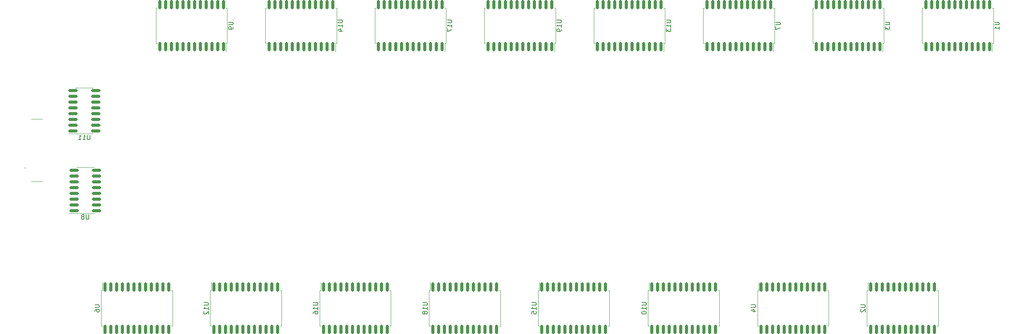
<source format=gbo>
G04 #@! TF.GenerationSoftware,KiCad,Pcbnew,6.0.8+dfsg-1~bpo11+1*
G04 #@! TF.CreationDate,2023-08-01T08:47:41-04:00*
G04 #@! TF.ProjectId,14_8x32_self_capacitance,31345f38-7833-4325-9f73-656c665f6361,rev?*
G04 #@! TF.SameCoordinates,Original*
G04 #@! TF.FileFunction,Legend,Bot*
G04 #@! TF.FilePolarity,Positive*
%FSLAX46Y46*%
G04 Gerber Fmt 4.6, Leading zero omitted, Abs format (unit mm)*
G04 Created by KiCad (PCBNEW 6.0.8+dfsg-1~bpo11+1) date 2023-08-01 08:47:41*
%MOMM*%
%LPD*%
G01*
G04 APERTURE LIST*
G04 Aperture macros list*
%AMRoundRect*
0 Rectangle with rounded corners*
0 $1 Rounding radius*
0 $2 $3 $4 $5 $6 $7 $8 $9 X,Y pos of 4 corners*
0 Add a 4 corners polygon primitive as box body*
4,1,4,$2,$3,$4,$5,$6,$7,$8,$9,$2,$3,0*
0 Add four circle primitives for the rounded corners*
1,1,$1+$1,$2,$3*
1,1,$1+$1,$4,$5*
1,1,$1+$1,$6,$7*
1,1,$1+$1,$8,$9*
0 Add four rect primitives between the rounded corners*
20,1,$1+$1,$2,$3,$4,$5,0*
20,1,$1+$1,$4,$5,$6,$7,0*
20,1,$1+$1,$6,$7,$8,$9,0*
20,1,$1+$1,$8,$9,$2,$3,0*%
G04 Aperture macros list end*
%ADD10C,0.150000*%
%ADD11C,0.120000*%
%ADD12C,0.100000*%
%ADD13C,0.200000*%
%ADD14C,0.050000*%
%ADD15RoundRect,0.150000X-0.825000X-0.150000X0.825000X-0.150000X0.825000X0.150000X-0.825000X0.150000X0*%
%ADD16RoundRect,0.150000X0.150000X-0.875000X0.150000X0.875000X-0.150000X0.875000X-0.150000X-0.875000X0*%
%ADD17R,1.600000X0.400000*%
%ADD18R,2.900000X1.400000*%
%ADD19RoundRect,0.150000X-0.150000X0.875000X-0.150000X-0.875000X0.150000X-0.875000X0.150000X0.875000X0*%
G04 APERTURE END LIST*
D10*
X63938095Y-73652380D02*
X63938095Y-74461904D01*
X63890476Y-74557142D01*
X63842857Y-74604761D01*
X63747619Y-74652380D01*
X63557142Y-74652380D01*
X63461904Y-74604761D01*
X63414285Y-74557142D01*
X63366666Y-74461904D01*
X63366666Y-73652380D01*
X62366666Y-74652380D02*
X62938095Y-74652380D01*
X62652380Y-74652380D02*
X62652380Y-73652380D01*
X62747619Y-73795238D01*
X62842857Y-73890476D01*
X62938095Y-73938095D01*
X61414285Y-74652380D02*
X61985714Y-74652380D01*
X61700000Y-74652380D02*
X61700000Y-73652380D01*
X61795238Y-73795238D01*
X61890476Y-73890476D01*
X61985714Y-73938095D01*
X166302380Y-48361904D02*
X167111904Y-48361904D01*
X167207142Y-48409523D01*
X167254761Y-48457142D01*
X167302380Y-48552380D01*
X167302380Y-48742857D01*
X167254761Y-48838095D01*
X167207142Y-48885714D01*
X167111904Y-48933333D01*
X166302380Y-48933333D01*
X167302380Y-49933333D02*
X167302380Y-49361904D01*
X167302380Y-49647619D02*
X166302380Y-49647619D01*
X166445238Y-49552380D01*
X166540476Y-49457142D01*
X166588095Y-49361904D01*
X167302380Y-50409523D02*
X167302380Y-50600000D01*
X167254761Y-50695238D01*
X167207142Y-50742857D01*
X167064285Y-50838095D01*
X166873809Y-50885714D01*
X166492857Y-50885714D01*
X166397619Y-50838095D01*
X166350000Y-50790476D01*
X166302380Y-50695238D01*
X166302380Y-50504761D01*
X166350000Y-50409523D01*
X166397619Y-50361904D01*
X166492857Y-50314285D01*
X166730952Y-50314285D01*
X166826190Y-50361904D01*
X166873809Y-50409523D01*
X166921428Y-50504761D01*
X166921428Y-50695238D01*
X166873809Y-50790476D01*
X166826190Y-50838095D01*
X166730952Y-50885714D01*
X63661904Y-91152380D02*
X63661904Y-91961904D01*
X63614285Y-92057142D01*
X63566666Y-92104761D01*
X63471428Y-92152380D01*
X63280952Y-92152380D01*
X63185714Y-92104761D01*
X63138095Y-92057142D01*
X63090476Y-91961904D01*
X63090476Y-91152380D01*
X62471428Y-91580952D02*
X62566666Y-91533333D01*
X62614285Y-91485714D01*
X62661904Y-91390476D01*
X62661904Y-91342857D01*
X62614285Y-91247619D01*
X62566666Y-91200000D01*
X62471428Y-91152380D01*
X62280952Y-91152380D01*
X62185714Y-91200000D01*
X62138095Y-91247619D01*
X62090476Y-91342857D01*
X62090476Y-91390476D01*
X62138095Y-91485714D01*
X62185714Y-91533333D01*
X62280952Y-91580952D01*
X62471428Y-91580952D01*
X62566666Y-91628571D01*
X62614285Y-91676190D01*
X62661904Y-91771428D01*
X62661904Y-91961904D01*
X62614285Y-92057142D01*
X62566666Y-92104761D01*
X62471428Y-92152380D01*
X62280952Y-92152380D01*
X62185714Y-92104761D01*
X62138095Y-92057142D01*
X62090476Y-91961904D01*
X62090476Y-91771428D01*
X62138095Y-91676190D01*
X62185714Y-91628571D01*
X62280952Y-91580952D01*
X238302380Y-48838095D02*
X239111904Y-48838095D01*
X239207142Y-48885714D01*
X239254761Y-48933333D01*
X239302380Y-49028571D01*
X239302380Y-49219047D01*
X239254761Y-49314285D01*
X239207142Y-49361904D01*
X239111904Y-49409523D01*
X238302380Y-49409523D01*
X238302380Y-49790476D02*
X238302380Y-50409523D01*
X238683333Y-50076190D01*
X238683333Y-50219047D01*
X238730952Y-50314285D01*
X238778571Y-50361904D01*
X238873809Y-50409523D01*
X239111904Y-50409523D01*
X239207142Y-50361904D01*
X239254761Y-50314285D01*
X239302380Y-50219047D01*
X239302380Y-49933333D01*
X239254761Y-49838095D01*
X239207142Y-49790476D01*
X262302380Y-48838095D02*
X263111904Y-48838095D01*
X263207142Y-48885714D01*
X263254761Y-48933333D01*
X263302380Y-49028571D01*
X263302380Y-49219047D01*
X263254761Y-49314285D01*
X263207142Y-49361904D01*
X263111904Y-49409523D01*
X262302380Y-49409523D01*
X263302380Y-50409523D02*
X263302380Y-49838095D01*
X263302380Y-50123809D02*
X262302380Y-50123809D01*
X262445238Y-50028571D01*
X262540476Y-49933333D01*
X262588095Y-49838095D01*
X190302380Y-48361904D02*
X191111904Y-48361904D01*
X191207142Y-48409523D01*
X191254761Y-48457142D01*
X191302380Y-48552380D01*
X191302380Y-48742857D01*
X191254761Y-48838095D01*
X191207142Y-48885714D01*
X191111904Y-48933333D01*
X190302380Y-48933333D01*
X191302380Y-49933333D02*
X191302380Y-49361904D01*
X191302380Y-49647619D02*
X190302380Y-49647619D01*
X190445238Y-49552380D01*
X190540476Y-49457142D01*
X190588095Y-49361904D01*
X190302380Y-50266666D02*
X190302380Y-50885714D01*
X190683333Y-50552380D01*
X190683333Y-50695238D01*
X190730952Y-50790476D01*
X190778571Y-50838095D01*
X190873809Y-50885714D01*
X191111904Y-50885714D01*
X191207142Y-50838095D01*
X191254761Y-50790476D01*
X191302380Y-50695238D01*
X191302380Y-50409523D01*
X191254761Y-50314285D01*
X191207142Y-50266666D01*
X142302380Y-48361904D02*
X143111904Y-48361904D01*
X143207142Y-48409523D01*
X143254761Y-48457142D01*
X143302380Y-48552380D01*
X143302380Y-48742857D01*
X143254761Y-48838095D01*
X143207142Y-48885714D01*
X143111904Y-48933333D01*
X142302380Y-48933333D01*
X143302380Y-49933333D02*
X143302380Y-49361904D01*
X143302380Y-49647619D02*
X142302380Y-49647619D01*
X142445238Y-49552380D01*
X142540476Y-49457142D01*
X142588095Y-49361904D01*
X142302380Y-50266666D02*
X142302380Y-50933333D01*
X143302380Y-50504761D01*
X88902380Y-110461904D02*
X89711904Y-110461904D01*
X89807142Y-110509523D01*
X89854761Y-110557142D01*
X89902380Y-110652380D01*
X89902380Y-110842857D01*
X89854761Y-110938095D01*
X89807142Y-110985714D01*
X89711904Y-111033333D01*
X88902380Y-111033333D01*
X89902380Y-112033333D02*
X89902380Y-111461904D01*
X89902380Y-111747619D02*
X88902380Y-111747619D01*
X89045238Y-111652380D01*
X89140476Y-111557142D01*
X89188095Y-111461904D01*
X88997619Y-112414285D02*
X88950000Y-112461904D01*
X88902380Y-112557142D01*
X88902380Y-112795238D01*
X88950000Y-112890476D01*
X88997619Y-112938095D01*
X89092857Y-112985714D01*
X89188095Y-112985714D01*
X89330952Y-112938095D01*
X89902380Y-112366666D01*
X89902380Y-112985714D01*
X112902380Y-110461904D02*
X113711904Y-110461904D01*
X113807142Y-110509523D01*
X113854761Y-110557142D01*
X113902380Y-110652380D01*
X113902380Y-110842857D01*
X113854761Y-110938095D01*
X113807142Y-110985714D01*
X113711904Y-111033333D01*
X112902380Y-111033333D01*
X113902380Y-112033333D02*
X113902380Y-111461904D01*
X113902380Y-111747619D02*
X112902380Y-111747619D01*
X113045238Y-111652380D01*
X113140476Y-111557142D01*
X113188095Y-111461904D01*
X112902380Y-112890476D02*
X112902380Y-112700000D01*
X112950000Y-112604761D01*
X112997619Y-112557142D01*
X113140476Y-112461904D01*
X113330952Y-112414285D01*
X113711904Y-112414285D01*
X113807142Y-112461904D01*
X113854761Y-112509523D01*
X113902380Y-112604761D01*
X113902380Y-112795238D01*
X113854761Y-112890476D01*
X113807142Y-112938095D01*
X113711904Y-112985714D01*
X113473809Y-112985714D01*
X113378571Y-112938095D01*
X113330952Y-112890476D01*
X113283333Y-112795238D01*
X113283333Y-112604761D01*
X113330952Y-112509523D01*
X113378571Y-112461904D01*
X113473809Y-112414285D01*
X136902380Y-110461904D02*
X137711904Y-110461904D01*
X137807142Y-110509523D01*
X137854761Y-110557142D01*
X137902380Y-110652380D01*
X137902380Y-110842857D01*
X137854761Y-110938095D01*
X137807142Y-110985714D01*
X137711904Y-111033333D01*
X136902380Y-111033333D01*
X137902380Y-112033333D02*
X137902380Y-111461904D01*
X137902380Y-111747619D02*
X136902380Y-111747619D01*
X137045238Y-111652380D01*
X137140476Y-111557142D01*
X137188095Y-111461904D01*
X137330952Y-112604761D02*
X137283333Y-112509523D01*
X137235714Y-112461904D01*
X137140476Y-112414285D01*
X137092857Y-112414285D01*
X136997619Y-112461904D01*
X136950000Y-112509523D01*
X136902380Y-112604761D01*
X136902380Y-112795238D01*
X136950000Y-112890476D01*
X136997619Y-112938095D01*
X137092857Y-112985714D01*
X137140476Y-112985714D01*
X137235714Y-112938095D01*
X137283333Y-112890476D01*
X137330952Y-112795238D01*
X137330952Y-112604761D01*
X137378571Y-112509523D01*
X137426190Y-112461904D01*
X137521428Y-112414285D01*
X137711904Y-112414285D01*
X137807142Y-112461904D01*
X137854761Y-112509523D01*
X137902380Y-112604761D01*
X137902380Y-112795238D01*
X137854761Y-112890476D01*
X137807142Y-112938095D01*
X137711904Y-112985714D01*
X137521428Y-112985714D01*
X137426190Y-112938095D01*
X137378571Y-112890476D01*
X137330952Y-112795238D01*
X184902380Y-110461904D02*
X185711904Y-110461904D01*
X185807142Y-110509523D01*
X185854761Y-110557142D01*
X185902380Y-110652380D01*
X185902380Y-110842857D01*
X185854761Y-110938095D01*
X185807142Y-110985714D01*
X185711904Y-111033333D01*
X184902380Y-111033333D01*
X185902380Y-112033333D02*
X185902380Y-111461904D01*
X185902380Y-111747619D02*
X184902380Y-111747619D01*
X185045238Y-111652380D01*
X185140476Y-111557142D01*
X185188095Y-111461904D01*
X184902380Y-112652380D02*
X184902380Y-112747619D01*
X184950000Y-112842857D01*
X184997619Y-112890476D01*
X185092857Y-112938095D01*
X185283333Y-112985714D01*
X185521428Y-112985714D01*
X185711904Y-112938095D01*
X185807142Y-112890476D01*
X185854761Y-112842857D01*
X185902380Y-112747619D01*
X185902380Y-112652380D01*
X185854761Y-112557142D01*
X185807142Y-112509523D01*
X185711904Y-112461904D01*
X185521428Y-112414285D01*
X185283333Y-112414285D01*
X185092857Y-112461904D01*
X184997619Y-112509523D01*
X184950000Y-112557142D01*
X184902380Y-112652380D01*
X118302380Y-48361904D02*
X119111904Y-48361904D01*
X119207142Y-48409523D01*
X119254761Y-48457142D01*
X119302380Y-48552380D01*
X119302380Y-48742857D01*
X119254761Y-48838095D01*
X119207142Y-48885714D01*
X119111904Y-48933333D01*
X118302380Y-48933333D01*
X119302380Y-49933333D02*
X119302380Y-49361904D01*
X119302380Y-49647619D02*
X118302380Y-49647619D01*
X118445238Y-49552380D01*
X118540476Y-49457142D01*
X118588095Y-49361904D01*
X118635714Y-50790476D02*
X119302380Y-50790476D01*
X118254761Y-50552380D02*
X118969047Y-50314285D01*
X118969047Y-50933333D01*
X65002380Y-110938095D02*
X65811904Y-110938095D01*
X65907142Y-110985714D01*
X65954761Y-111033333D01*
X66002380Y-111128571D01*
X66002380Y-111319047D01*
X65954761Y-111414285D01*
X65907142Y-111461904D01*
X65811904Y-111509523D01*
X65002380Y-111509523D01*
X65002380Y-112414285D02*
X65002380Y-112223809D01*
X65050000Y-112128571D01*
X65097619Y-112080952D01*
X65240476Y-111985714D01*
X65430952Y-111938095D01*
X65811904Y-111938095D01*
X65907142Y-111985714D01*
X65954761Y-112033333D01*
X66002380Y-112128571D01*
X66002380Y-112319047D01*
X65954761Y-112414285D01*
X65907142Y-112461904D01*
X65811904Y-112509523D01*
X65573809Y-112509523D01*
X65478571Y-112461904D01*
X65430952Y-112414285D01*
X65383333Y-112319047D01*
X65383333Y-112128571D01*
X65430952Y-112033333D01*
X65478571Y-111985714D01*
X65573809Y-111938095D01*
X214302380Y-48838095D02*
X215111904Y-48838095D01*
X215207142Y-48885714D01*
X215254761Y-48933333D01*
X215302380Y-49028571D01*
X215302380Y-49219047D01*
X215254761Y-49314285D01*
X215207142Y-49361904D01*
X215111904Y-49409523D01*
X214302380Y-49409523D01*
X214302380Y-49790476D02*
X214302380Y-50457142D01*
X215302380Y-50028571D01*
X232902380Y-110938095D02*
X233711904Y-110938095D01*
X233807142Y-110985714D01*
X233854761Y-111033333D01*
X233902380Y-111128571D01*
X233902380Y-111319047D01*
X233854761Y-111414285D01*
X233807142Y-111461904D01*
X233711904Y-111509523D01*
X232902380Y-111509523D01*
X232997619Y-111938095D02*
X232950000Y-111985714D01*
X232902380Y-112080952D01*
X232902380Y-112319047D01*
X232950000Y-112414285D01*
X232997619Y-112461904D01*
X233092857Y-112509523D01*
X233188095Y-112509523D01*
X233330952Y-112461904D01*
X233902380Y-111890476D01*
X233902380Y-112509523D01*
X94302380Y-48838095D02*
X95111904Y-48838095D01*
X95207142Y-48885714D01*
X95254761Y-48933333D01*
X95302380Y-49028571D01*
X95302380Y-49219047D01*
X95254761Y-49314285D01*
X95207142Y-49361904D01*
X95111904Y-49409523D01*
X94302380Y-49409523D01*
X95302380Y-49933333D02*
X95302380Y-50123809D01*
X95254761Y-50219047D01*
X95207142Y-50266666D01*
X95064285Y-50361904D01*
X94873809Y-50409523D01*
X94492857Y-50409523D01*
X94397619Y-50361904D01*
X94350000Y-50314285D01*
X94302380Y-50219047D01*
X94302380Y-50028571D01*
X94350000Y-49933333D01*
X94397619Y-49885714D01*
X94492857Y-49838095D01*
X94730952Y-49838095D01*
X94826190Y-49885714D01*
X94873809Y-49933333D01*
X94921428Y-50028571D01*
X94921428Y-50219047D01*
X94873809Y-50314285D01*
X94826190Y-50361904D01*
X94730952Y-50409523D01*
X208902380Y-110938095D02*
X209711904Y-110938095D01*
X209807142Y-110985714D01*
X209854761Y-111033333D01*
X209902380Y-111128571D01*
X209902380Y-111319047D01*
X209854761Y-111414285D01*
X209807142Y-111461904D01*
X209711904Y-111509523D01*
X208902380Y-111509523D01*
X209235714Y-112414285D02*
X209902380Y-112414285D01*
X208854761Y-112176190D02*
X209569047Y-111938095D01*
X209569047Y-112557142D01*
X160802380Y-110461904D02*
X161611904Y-110461904D01*
X161707142Y-110509523D01*
X161754761Y-110557142D01*
X161802380Y-110652380D01*
X161802380Y-110842857D01*
X161754761Y-110938095D01*
X161707142Y-110985714D01*
X161611904Y-111033333D01*
X160802380Y-111033333D01*
X161802380Y-112033333D02*
X161802380Y-111461904D01*
X161802380Y-111747619D02*
X160802380Y-111747619D01*
X160945238Y-111652380D01*
X161040476Y-111557142D01*
X161088095Y-111461904D01*
X160802380Y-112938095D02*
X160802380Y-112461904D01*
X161278571Y-112414285D01*
X161230952Y-112461904D01*
X161183333Y-112557142D01*
X161183333Y-112795238D01*
X161230952Y-112890476D01*
X161278571Y-112938095D01*
X161373809Y-112985714D01*
X161611904Y-112985714D01*
X161707142Y-112938095D01*
X161754761Y-112890476D01*
X161802380Y-112795238D01*
X161802380Y-112557142D01*
X161754761Y-112461904D01*
X161707142Y-112414285D01*
D11*
X62700000Y-63240000D02*
X64650000Y-63240000D01*
X62700000Y-73360000D02*
X59250000Y-73360000D01*
X62700000Y-73360000D02*
X64650000Y-73360000D01*
X62700000Y-63240000D02*
X60750000Y-63240000D01*
X165745000Y-53460000D02*
X165745000Y-55275000D01*
X166010000Y-49600000D02*
X166010000Y-45740000D01*
X150390000Y-49600000D02*
X150390000Y-53460000D01*
X166010000Y-49600000D02*
X166010000Y-53460000D01*
X166010000Y-45740000D02*
X165745000Y-45740000D01*
X150390000Y-45740000D02*
X150655000Y-45740000D01*
X150390000Y-49600000D02*
X150390000Y-45740000D01*
X166010000Y-53460000D02*
X165745000Y-53460000D01*
X150390000Y-53460000D02*
X150655000Y-53460000D01*
X62900000Y-90860000D02*
X64850000Y-90860000D01*
X62900000Y-80740000D02*
X60950000Y-80740000D01*
X62900000Y-90860000D02*
X59450000Y-90860000D01*
X62900000Y-80740000D02*
X64850000Y-80740000D01*
X222390000Y-45740000D02*
X222655000Y-45740000D01*
X222390000Y-53460000D02*
X222655000Y-53460000D01*
X222390000Y-49600000D02*
X222390000Y-53460000D01*
X238010000Y-49600000D02*
X238010000Y-53460000D01*
X238010000Y-49600000D02*
X238010000Y-45740000D01*
X222390000Y-49600000D02*
X222390000Y-45740000D01*
X237745000Y-53460000D02*
X237745000Y-55275000D01*
X238010000Y-53460000D02*
X237745000Y-53460000D01*
X238010000Y-45740000D02*
X237745000Y-45740000D01*
X262010000Y-53460000D02*
X261745000Y-53460000D01*
X246390000Y-53460000D02*
X246655000Y-53460000D01*
X261745000Y-53460000D02*
X261745000Y-55275000D01*
X246390000Y-49600000D02*
X246390000Y-45740000D01*
X246390000Y-45740000D02*
X246655000Y-45740000D01*
X246390000Y-49600000D02*
X246390000Y-53460000D01*
X262010000Y-49600000D02*
X262010000Y-45740000D01*
X262010000Y-45740000D02*
X261745000Y-45740000D01*
X262010000Y-49600000D02*
X262010000Y-53460000D01*
X190010000Y-45740000D02*
X189745000Y-45740000D01*
X174390000Y-53460000D02*
X174655000Y-53460000D01*
X190010000Y-53460000D02*
X189745000Y-53460000D01*
X174390000Y-49600000D02*
X174390000Y-53460000D01*
X190010000Y-49600000D02*
X190010000Y-45740000D01*
X174390000Y-45740000D02*
X174655000Y-45740000D01*
X190010000Y-49600000D02*
X190010000Y-53460000D01*
X174390000Y-49600000D02*
X174390000Y-45740000D01*
X189745000Y-53460000D02*
X189745000Y-55275000D01*
D12*
X51100000Y-83850000D02*
X53500000Y-83850000D01*
X51100000Y-83850000D02*
X51100000Y-83850000D01*
D13*
X49700000Y-80900000D02*
X49700000Y-80900000D01*
D12*
X51100000Y-70150000D02*
X51100000Y-70150000D01*
X53550000Y-70150000D02*
X53550000Y-70150000D01*
X53500000Y-83850000D02*
X53500000Y-83850000D01*
D13*
X49700000Y-80900000D02*
X49700000Y-80900000D01*
D12*
X51100000Y-70150000D02*
X53550000Y-70150000D01*
D13*
X49700000Y-80800000D02*
X49700000Y-80800000D01*
D12*
X53500000Y-83850000D02*
X51100000Y-83850000D01*
X53550000Y-70150000D02*
X51100000Y-70150000D01*
D13*
X49700000Y-80800000D02*
G75*
G03*
X49700000Y-80900000I0J-50000D01*
G01*
X49700000Y-80800000D02*
G75*
G03*
X49700000Y-80900000I0J-50000D01*
G01*
X49700000Y-80900000D02*
G75*
G03*
X49700000Y-80800000I0J50000D01*
G01*
D11*
X141745000Y-53460000D02*
X141745000Y-55275000D01*
X126390000Y-49600000D02*
X126390000Y-45740000D01*
X126390000Y-49600000D02*
X126390000Y-53460000D01*
X142010000Y-45740000D02*
X141745000Y-45740000D01*
X142010000Y-49600000D02*
X142010000Y-45740000D01*
X126390000Y-53460000D02*
X126655000Y-53460000D01*
X142010000Y-53460000D02*
X141745000Y-53460000D01*
X142010000Y-49600000D02*
X142010000Y-53460000D01*
X126390000Y-45740000D02*
X126655000Y-45740000D01*
X90555000Y-107840000D02*
X90555000Y-106025000D01*
X105910000Y-115560000D02*
X105645000Y-115560000D01*
X105910000Y-111700000D02*
X105910000Y-107840000D01*
X90290000Y-111700000D02*
X90290000Y-107840000D01*
X90290000Y-111700000D02*
X90290000Y-115560000D01*
X90290000Y-115560000D02*
X90555000Y-115560000D01*
X105910000Y-111700000D02*
X105910000Y-115560000D01*
X90290000Y-107840000D02*
X90555000Y-107840000D01*
X105910000Y-107840000D02*
X105645000Y-107840000D01*
X114290000Y-107840000D02*
X114555000Y-107840000D01*
X114555000Y-107840000D02*
X114555000Y-106025000D01*
X129910000Y-115560000D02*
X129645000Y-115560000D01*
X114290000Y-115560000D02*
X114555000Y-115560000D01*
X129910000Y-111700000D02*
X129910000Y-107840000D01*
X129910000Y-107840000D02*
X129645000Y-107840000D01*
X114290000Y-111700000D02*
X114290000Y-115560000D01*
X114290000Y-111700000D02*
X114290000Y-107840000D01*
X129910000Y-111700000D02*
X129910000Y-115560000D01*
X138290000Y-111700000D02*
X138290000Y-107840000D01*
X153910000Y-107840000D02*
X153645000Y-107840000D01*
X153910000Y-115560000D02*
X153645000Y-115560000D01*
X138290000Y-115560000D02*
X138555000Y-115560000D01*
X138290000Y-111700000D02*
X138290000Y-115560000D01*
X138555000Y-107840000D02*
X138555000Y-106025000D01*
X153910000Y-111700000D02*
X153910000Y-107840000D01*
X153910000Y-111700000D02*
X153910000Y-115560000D01*
X138290000Y-107840000D02*
X138555000Y-107840000D01*
X186290000Y-111700000D02*
X186290000Y-107840000D01*
X186290000Y-107840000D02*
X186555000Y-107840000D01*
X201910000Y-115560000D02*
X201645000Y-115560000D01*
X186290000Y-111700000D02*
X186290000Y-115560000D01*
X201910000Y-111700000D02*
X201910000Y-115560000D01*
X186555000Y-107840000D02*
X186555000Y-106025000D01*
X186290000Y-115560000D02*
X186555000Y-115560000D01*
X201910000Y-107840000D02*
X201645000Y-107840000D01*
X201910000Y-111700000D02*
X201910000Y-107840000D01*
X102390000Y-49600000D02*
X102390000Y-53460000D01*
X118010000Y-45740000D02*
X117745000Y-45740000D01*
X118010000Y-49600000D02*
X118010000Y-45740000D01*
X102390000Y-45740000D02*
X102655000Y-45740000D01*
X117745000Y-53460000D02*
X117745000Y-55275000D01*
X102390000Y-49600000D02*
X102390000Y-45740000D01*
X118010000Y-53460000D02*
X117745000Y-53460000D01*
X102390000Y-53460000D02*
X102655000Y-53460000D01*
X118010000Y-49600000D02*
X118010000Y-53460000D01*
X66655000Y-107840000D02*
X66655000Y-106025000D01*
X82010000Y-107840000D02*
X81745000Y-107840000D01*
X66390000Y-115560000D02*
X66655000Y-115560000D01*
X66390000Y-111700000D02*
X66390000Y-107840000D01*
X82010000Y-111700000D02*
X82010000Y-115560000D01*
X82010000Y-111700000D02*
X82010000Y-107840000D01*
X66390000Y-107840000D02*
X66655000Y-107840000D01*
X66390000Y-111700000D02*
X66390000Y-115560000D01*
X82010000Y-115560000D02*
X81745000Y-115560000D01*
X198390000Y-45740000D02*
X198655000Y-45740000D01*
X214010000Y-53460000D02*
X213745000Y-53460000D01*
X214010000Y-49600000D02*
X214010000Y-53460000D01*
X214010000Y-45740000D02*
X213745000Y-45740000D01*
X198390000Y-49600000D02*
X198390000Y-45740000D01*
X198390000Y-49600000D02*
X198390000Y-53460000D01*
X198390000Y-53460000D02*
X198655000Y-53460000D01*
X214010000Y-49600000D02*
X214010000Y-45740000D01*
X213745000Y-53460000D02*
X213745000Y-55275000D01*
X234290000Y-107840000D02*
X234555000Y-107840000D01*
X234290000Y-111700000D02*
X234290000Y-107840000D01*
X234290000Y-115560000D02*
X234555000Y-115560000D01*
X249910000Y-111700000D02*
X249910000Y-107840000D01*
X249910000Y-107840000D02*
X249645000Y-107840000D01*
X234290000Y-111700000D02*
X234290000Y-115560000D01*
X249910000Y-111700000D02*
X249910000Y-115560000D01*
X234555000Y-107840000D02*
X234555000Y-106025000D01*
X249910000Y-115560000D02*
X249645000Y-115560000D01*
X94010000Y-53460000D02*
X93745000Y-53460000D01*
X78390000Y-49600000D02*
X78390000Y-45740000D01*
X94010000Y-49600000D02*
X94010000Y-45740000D01*
X78390000Y-53460000D02*
X78655000Y-53460000D01*
X94010000Y-49600000D02*
X94010000Y-53460000D01*
X78390000Y-45740000D02*
X78655000Y-45740000D01*
X94010000Y-45740000D02*
X93745000Y-45740000D01*
X78390000Y-49600000D02*
X78390000Y-53460000D01*
X93745000Y-53460000D02*
X93745000Y-55275000D01*
X210290000Y-107840000D02*
X210555000Y-107840000D01*
X225910000Y-115560000D02*
X225645000Y-115560000D01*
X210555000Y-107840000D02*
X210555000Y-106025000D01*
X225910000Y-111700000D02*
X225910000Y-115560000D01*
X210290000Y-115560000D02*
X210555000Y-115560000D01*
X225910000Y-111700000D02*
X225910000Y-107840000D01*
X225910000Y-107840000D02*
X225645000Y-107840000D01*
X210290000Y-111700000D02*
X210290000Y-107840000D01*
X210290000Y-111700000D02*
X210290000Y-115560000D01*
X177810000Y-107840000D02*
X177545000Y-107840000D01*
X162190000Y-111700000D02*
X162190000Y-107840000D01*
X177810000Y-111700000D02*
X177810000Y-115560000D01*
X162455000Y-107840000D02*
X162455000Y-106025000D01*
X177810000Y-115560000D02*
X177545000Y-115560000D01*
X162190000Y-107840000D02*
X162455000Y-107840000D01*
X177810000Y-111700000D02*
X177810000Y-107840000D01*
X162190000Y-115560000D02*
X162455000Y-115560000D01*
X162190000Y-111700000D02*
X162190000Y-115560000D01*
%LPC*%
D14*
X68200000Y-56600000D02*
X260200000Y-56600000D01*
X260200000Y-56600000D02*
X260200000Y-104600000D01*
X260200000Y-104600000D02*
X68200000Y-104600000D01*
X68200000Y-104600000D02*
X68200000Y-56600000D01*
G36*
X68200000Y-56600000D02*
G01*
X260200000Y-56600000D01*
X260200000Y-104600000D01*
X68200000Y-104600000D01*
X68200000Y-56600000D01*
G37*
D15*
X60225000Y-72745000D03*
X60225000Y-71475000D03*
X60225000Y-70205000D03*
X60225000Y-68935000D03*
X60225000Y-67665000D03*
X60225000Y-66395000D03*
X60225000Y-65125000D03*
X60225000Y-63855000D03*
X65175000Y-63855000D03*
X65175000Y-65125000D03*
X65175000Y-66395000D03*
X65175000Y-67665000D03*
X65175000Y-68935000D03*
X65175000Y-70205000D03*
X65175000Y-71475000D03*
X65175000Y-72745000D03*
D16*
X165185000Y-54250000D03*
X163915000Y-54250000D03*
X162645000Y-54250000D03*
X161375000Y-54250000D03*
X160105000Y-54250000D03*
X158835000Y-54250000D03*
X157565000Y-54250000D03*
X156295000Y-54250000D03*
X155025000Y-54250000D03*
X153755000Y-54250000D03*
X152485000Y-54250000D03*
X151215000Y-54250000D03*
X151215000Y-44950000D03*
X152485000Y-44950000D03*
X153755000Y-44950000D03*
X155025000Y-44950000D03*
X156295000Y-44950000D03*
X157565000Y-44950000D03*
X158835000Y-44950000D03*
X160105000Y-44950000D03*
X161375000Y-44950000D03*
X162645000Y-44950000D03*
X163915000Y-44950000D03*
X165185000Y-44950000D03*
D15*
X60425000Y-90245000D03*
X60425000Y-88975000D03*
X60425000Y-87705000D03*
X60425000Y-86435000D03*
X60425000Y-85165000D03*
X60425000Y-83895000D03*
X60425000Y-82625000D03*
X60425000Y-81355000D03*
X65375000Y-81355000D03*
X65375000Y-82625000D03*
X65375000Y-83895000D03*
X65375000Y-85165000D03*
X65375000Y-86435000D03*
X65375000Y-87705000D03*
X65375000Y-88975000D03*
X65375000Y-90245000D03*
D16*
X237185000Y-54250000D03*
X235915000Y-54250000D03*
X234645000Y-54250000D03*
X233375000Y-54250000D03*
X232105000Y-54250000D03*
X230835000Y-54250000D03*
X229565000Y-54250000D03*
X228295000Y-54250000D03*
X227025000Y-54250000D03*
X225755000Y-54250000D03*
X224485000Y-54250000D03*
X223215000Y-54250000D03*
X223215000Y-44950000D03*
X224485000Y-44950000D03*
X225755000Y-44950000D03*
X227025000Y-44950000D03*
X228295000Y-44950000D03*
X229565000Y-44950000D03*
X230835000Y-44950000D03*
X232105000Y-44950000D03*
X233375000Y-44950000D03*
X234645000Y-44950000D03*
X235915000Y-44950000D03*
X237185000Y-44950000D03*
X261185000Y-54250000D03*
X259915000Y-54250000D03*
X258645000Y-54250000D03*
X257375000Y-54250000D03*
X256105000Y-54250000D03*
X254835000Y-54250000D03*
X253565000Y-54250000D03*
X252295000Y-54250000D03*
X251025000Y-54250000D03*
X249755000Y-54250000D03*
X248485000Y-54250000D03*
X247215000Y-54250000D03*
X247215000Y-44950000D03*
X248485000Y-44950000D03*
X249755000Y-44950000D03*
X251025000Y-44950000D03*
X252295000Y-44950000D03*
X253565000Y-44950000D03*
X254835000Y-44950000D03*
X256105000Y-44950000D03*
X257375000Y-44950000D03*
X258645000Y-44950000D03*
X259915000Y-44950000D03*
X261185000Y-44950000D03*
X189185000Y-54250000D03*
X187915000Y-54250000D03*
X186645000Y-54250000D03*
X185375000Y-54250000D03*
X184105000Y-54250000D03*
X182835000Y-54250000D03*
X181565000Y-54250000D03*
X180295000Y-54250000D03*
X179025000Y-54250000D03*
X177755000Y-54250000D03*
X176485000Y-54250000D03*
X175215000Y-54250000D03*
X175215000Y-44950000D03*
X176485000Y-44950000D03*
X177755000Y-44950000D03*
X179025000Y-44950000D03*
X180295000Y-44950000D03*
X181565000Y-44950000D03*
X182835000Y-44950000D03*
X184105000Y-44950000D03*
X185375000Y-44950000D03*
X186645000Y-44950000D03*
X187915000Y-44950000D03*
X189185000Y-44950000D03*
D17*
X51100000Y-80750000D03*
X53500000Y-80250000D03*
X51100000Y-79750000D03*
X53500000Y-79250000D03*
X51100000Y-78750000D03*
X53500000Y-78250000D03*
X51100000Y-77750000D03*
X53500000Y-77250000D03*
X51100000Y-76750000D03*
X53500000Y-76250000D03*
X51100000Y-75750000D03*
X53500000Y-75250000D03*
X51100000Y-74750000D03*
X53500000Y-74250000D03*
X51100000Y-73750000D03*
X53500000Y-73250000D03*
D18*
X52300000Y-82450000D03*
X52300000Y-71550000D03*
D16*
X141185000Y-54250000D03*
X139915000Y-54250000D03*
X138645000Y-54250000D03*
X137375000Y-54250000D03*
X136105000Y-54250000D03*
X134835000Y-54250000D03*
X133565000Y-54250000D03*
X132295000Y-54250000D03*
X131025000Y-54250000D03*
X129755000Y-54250000D03*
X128485000Y-54250000D03*
X127215000Y-54250000D03*
X127215000Y-44950000D03*
X128485000Y-44950000D03*
X129755000Y-44950000D03*
X131025000Y-44950000D03*
X132295000Y-44950000D03*
X133565000Y-44950000D03*
X134835000Y-44950000D03*
X136105000Y-44950000D03*
X137375000Y-44950000D03*
X138645000Y-44950000D03*
X139915000Y-44950000D03*
X141185000Y-44950000D03*
D19*
X91115000Y-107050000D03*
X92385000Y-107050000D03*
X93655000Y-107050000D03*
X94925000Y-107050000D03*
X96195000Y-107050000D03*
X97465000Y-107050000D03*
X98735000Y-107050000D03*
X100005000Y-107050000D03*
X101275000Y-107050000D03*
X102545000Y-107050000D03*
X103815000Y-107050000D03*
X105085000Y-107050000D03*
X105085000Y-116350000D03*
X103815000Y-116350000D03*
X102545000Y-116350000D03*
X101275000Y-116350000D03*
X100005000Y-116350000D03*
X98735000Y-116350000D03*
X97465000Y-116350000D03*
X96195000Y-116350000D03*
X94925000Y-116350000D03*
X93655000Y-116350000D03*
X92385000Y-116350000D03*
X91115000Y-116350000D03*
X115115000Y-107050000D03*
X116385000Y-107050000D03*
X117655000Y-107050000D03*
X118925000Y-107050000D03*
X120195000Y-107050000D03*
X121465000Y-107050000D03*
X122735000Y-107050000D03*
X124005000Y-107050000D03*
X125275000Y-107050000D03*
X126545000Y-107050000D03*
X127815000Y-107050000D03*
X129085000Y-107050000D03*
X129085000Y-116350000D03*
X127815000Y-116350000D03*
X126545000Y-116350000D03*
X125275000Y-116350000D03*
X124005000Y-116350000D03*
X122735000Y-116350000D03*
X121465000Y-116350000D03*
X120195000Y-116350000D03*
X118925000Y-116350000D03*
X117655000Y-116350000D03*
X116385000Y-116350000D03*
X115115000Y-116350000D03*
X139115000Y-107050000D03*
X140385000Y-107050000D03*
X141655000Y-107050000D03*
X142925000Y-107050000D03*
X144195000Y-107050000D03*
X145465000Y-107050000D03*
X146735000Y-107050000D03*
X148005000Y-107050000D03*
X149275000Y-107050000D03*
X150545000Y-107050000D03*
X151815000Y-107050000D03*
X153085000Y-107050000D03*
X153085000Y-116350000D03*
X151815000Y-116350000D03*
X150545000Y-116350000D03*
X149275000Y-116350000D03*
X148005000Y-116350000D03*
X146735000Y-116350000D03*
X145465000Y-116350000D03*
X144195000Y-116350000D03*
X142925000Y-116350000D03*
X141655000Y-116350000D03*
X140385000Y-116350000D03*
X139115000Y-116350000D03*
X187115000Y-107050000D03*
X188385000Y-107050000D03*
X189655000Y-107050000D03*
X190925000Y-107050000D03*
X192195000Y-107050000D03*
X193465000Y-107050000D03*
X194735000Y-107050000D03*
X196005000Y-107050000D03*
X197275000Y-107050000D03*
X198545000Y-107050000D03*
X199815000Y-107050000D03*
X201085000Y-107050000D03*
X201085000Y-116350000D03*
X199815000Y-116350000D03*
X198545000Y-116350000D03*
X197275000Y-116350000D03*
X196005000Y-116350000D03*
X194735000Y-116350000D03*
X193465000Y-116350000D03*
X192195000Y-116350000D03*
X190925000Y-116350000D03*
X189655000Y-116350000D03*
X188385000Y-116350000D03*
X187115000Y-116350000D03*
D16*
X117185000Y-54250000D03*
X115915000Y-54250000D03*
X114645000Y-54250000D03*
X113375000Y-54250000D03*
X112105000Y-54250000D03*
X110835000Y-54250000D03*
X109565000Y-54250000D03*
X108295000Y-54250000D03*
X107025000Y-54250000D03*
X105755000Y-54250000D03*
X104485000Y-54250000D03*
X103215000Y-54250000D03*
X103215000Y-44950000D03*
X104485000Y-44950000D03*
X105755000Y-44950000D03*
X107025000Y-44950000D03*
X108295000Y-44950000D03*
X109565000Y-44950000D03*
X110835000Y-44950000D03*
X112105000Y-44950000D03*
X113375000Y-44950000D03*
X114645000Y-44950000D03*
X115915000Y-44950000D03*
X117185000Y-44950000D03*
D19*
X67215000Y-107050000D03*
X68485000Y-107050000D03*
X69755000Y-107050000D03*
X71025000Y-107050000D03*
X72295000Y-107050000D03*
X73565000Y-107050000D03*
X74835000Y-107050000D03*
X76105000Y-107050000D03*
X77375000Y-107050000D03*
X78645000Y-107050000D03*
X79915000Y-107050000D03*
X81185000Y-107050000D03*
X81185000Y-116350000D03*
X79915000Y-116350000D03*
X78645000Y-116350000D03*
X77375000Y-116350000D03*
X76105000Y-116350000D03*
X74835000Y-116350000D03*
X73565000Y-116350000D03*
X72295000Y-116350000D03*
X71025000Y-116350000D03*
X69755000Y-116350000D03*
X68485000Y-116350000D03*
X67215000Y-116350000D03*
D16*
X213185000Y-54250000D03*
X211915000Y-54250000D03*
X210645000Y-54250000D03*
X209375000Y-54250000D03*
X208105000Y-54250000D03*
X206835000Y-54250000D03*
X205565000Y-54250000D03*
X204295000Y-54250000D03*
X203025000Y-54250000D03*
X201755000Y-54250000D03*
X200485000Y-54250000D03*
X199215000Y-54250000D03*
X199215000Y-44950000D03*
X200485000Y-44950000D03*
X201755000Y-44950000D03*
X203025000Y-44950000D03*
X204295000Y-44950000D03*
X205565000Y-44950000D03*
X206835000Y-44950000D03*
X208105000Y-44950000D03*
X209375000Y-44950000D03*
X210645000Y-44950000D03*
X211915000Y-44950000D03*
X213185000Y-44950000D03*
D19*
X235115000Y-107050000D03*
X236385000Y-107050000D03*
X237655000Y-107050000D03*
X238925000Y-107050000D03*
X240195000Y-107050000D03*
X241465000Y-107050000D03*
X242735000Y-107050000D03*
X244005000Y-107050000D03*
X245275000Y-107050000D03*
X246545000Y-107050000D03*
X247815000Y-107050000D03*
X249085000Y-107050000D03*
X249085000Y-116350000D03*
X247815000Y-116350000D03*
X246545000Y-116350000D03*
X245275000Y-116350000D03*
X244005000Y-116350000D03*
X242735000Y-116350000D03*
X241465000Y-116350000D03*
X240195000Y-116350000D03*
X238925000Y-116350000D03*
X237655000Y-116350000D03*
X236385000Y-116350000D03*
X235115000Y-116350000D03*
D16*
X93185000Y-54250000D03*
X91915000Y-54250000D03*
X90645000Y-54250000D03*
X89375000Y-54250000D03*
X88105000Y-54250000D03*
X86835000Y-54250000D03*
X85565000Y-54250000D03*
X84295000Y-54250000D03*
X83025000Y-54250000D03*
X81755000Y-54250000D03*
X80485000Y-54250000D03*
X79215000Y-54250000D03*
X79215000Y-44950000D03*
X80485000Y-44950000D03*
X81755000Y-44950000D03*
X83025000Y-44950000D03*
X84295000Y-44950000D03*
X85565000Y-44950000D03*
X86835000Y-44950000D03*
X88105000Y-44950000D03*
X89375000Y-44950000D03*
X90645000Y-44950000D03*
X91915000Y-44950000D03*
X93185000Y-44950000D03*
D19*
X211115000Y-107050000D03*
X212385000Y-107050000D03*
X213655000Y-107050000D03*
X214925000Y-107050000D03*
X216195000Y-107050000D03*
X217465000Y-107050000D03*
X218735000Y-107050000D03*
X220005000Y-107050000D03*
X221275000Y-107050000D03*
X222545000Y-107050000D03*
X223815000Y-107050000D03*
X225085000Y-107050000D03*
X225085000Y-116350000D03*
X223815000Y-116350000D03*
X222545000Y-116350000D03*
X221275000Y-116350000D03*
X220005000Y-116350000D03*
X218735000Y-116350000D03*
X217465000Y-116350000D03*
X216195000Y-116350000D03*
X214925000Y-116350000D03*
X213655000Y-116350000D03*
X212385000Y-116350000D03*
X211115000Y-116350000D03*
X163015000Y-107050000D03*
X164285000Y-107050000D03*
X165555000Y-107050000D03*
X166825000Y-107050000D03*
X168095000Y-107050000D03*
X169365000Y-107050000D03*
X170635000Y-107050000D03*
X171905000Y-107050000D03*
X173175000Y-107050000D03*
X174445000Y-107050000D03*
X175715000Y-107050000D03*
X176985000Y-107050000D03*
X176985000Y-116350000D03*
X175715000Y-116350000D03*
X174445000Y-116350000D03*
X173175000Y-116350000D03*
X171905000Y-116350000D03*
X170635000Y-116350000D03*
X169365000Y-116350000D03*
X168095000Y-116350000D03*
X166825000Y-116350000D03*
X165555000Y-116350000D03*
X164285000Y-116350000D03*
X163015000Y-116350000D03*
M02*

</source>
